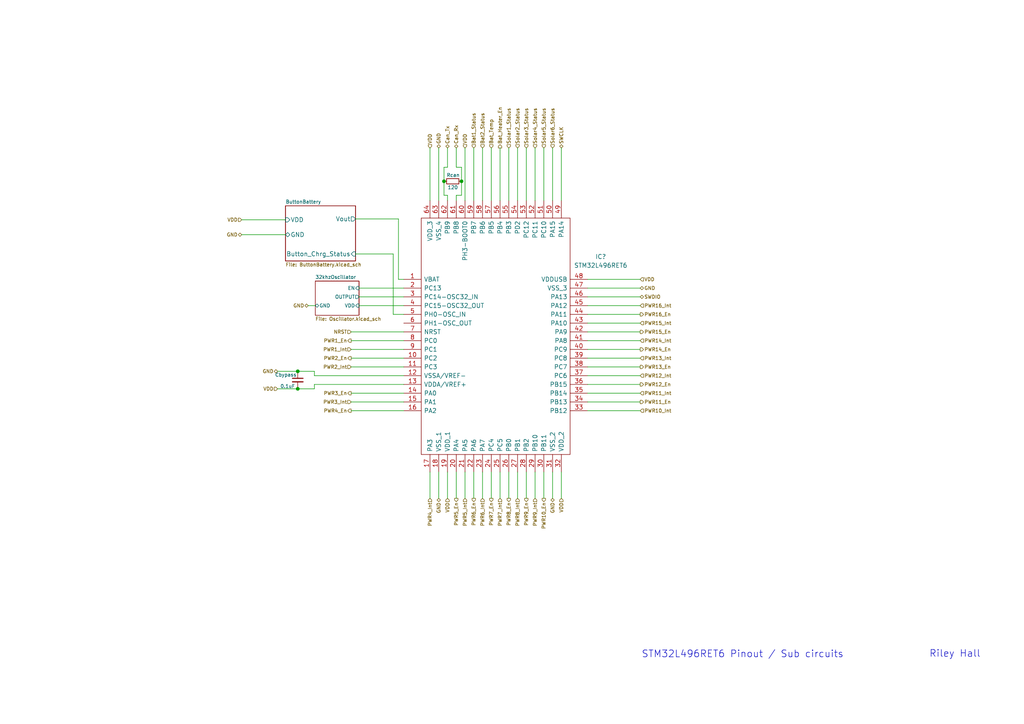
<source format=kicad_sch>
(kicad_sch (version 20211123) (generator eeschema)

  (uuid c7cf2d23-105c-4aa7-a893-c3061f5c2524)

  (paper "A4")

  (lib_symbols
    (symbol "Device:C_Small" (pin_numbers hide) (pin_names (offset 0.254) hide) (in_bom yes) (on_board yes)
      (property "Reference" "C" (id 0) (at 0.254 1.778 0)
        (effects (font (size 1.27 1.27)) (justify left))
      )
      (property "Value" "C_Small" (id 1) (at 0.254 -2.032 0)
        (effects (font (size 1.27 1.27)) (justify left))
      )
      (property "Footprint" "" (id 2) (at 0 0 0)
        (effects (font (size 1.27 1.27)) hide)
      )
      (property "Datasheet" "~" (id 3) (at 0 0 0)
        (effects (font (size 1.27 1.27)) hide)
      )
      (property "ki_keywords" "capacitor cap" (id 4) (at 0 0 0)
        (effects (font (size 1.27 1.27)) hide)
      )
      (property "ki_description" "Unpolarized capacitor, small symbol" (id 5) (at 0 0 0)
        (effects (font (size 1.27 1.27)) hide)
      )
      (property "ki_fp_filters" "C_*" (id 6) (at 0 0 0)
        (effects (font (size 1.27 1.27)) hide)
      )
      (symbol "C_Small_0_1"
        (polyline
          (pts
            (xy -1.524 -0.508)
            (xy 1.524 -0.508)
          )
          (stroke (width 0.3302) (type default) (color 0 0 0 0))
          (fill (type none))
        )
        (polyline
          (pts
            (xy -1.524 0.508)
            (xy 1.524 0.508)
          )
          (stroke (width 0.3048) (type default) (color 0 0 0 0))
          (fill (type none))
        )
      )
      (symbol "C_Small_1_1"
        (pin passive line (at 0 2.54 270) (length 2.032)
          (name "~" (effects (font (size 1.27 1.27))))
          (number "1" (effects (font (size 1.27 1.27))))
        )
        (pin passive line (at 0 -2.54 90) (length 2.032)
          (name "~" (effects (font (size 1.27 1.27))))
          (number "2" (effects (font (size 1.27 1.27))))
        )
      )
    )
    (symbol "Device:R_Small" (pin_numbers hide) (pin_names (offset 0.254) hide) (in_bom yes) (on_board yes)
      (property "Reference" "R" (id 0) (at 0.762 0.508 0)
        (effects (font (size 1.27 1.27)) (justify left))
      )
      (property "Value" "R_Small" (id 1) (at 0.762 -1.016 0)
        (effects (font (size 1.27 1.27)) (justify left))
      )
      (property "Footprint" "" (id 2) (at 0 0 0)
        (effects (font (size 1.27 1.27)) hide)
      )
      (property "Datasheet" "~" (id 3) (at 0 0 0)
        (effects (font (size 1.27 1.27)) hide)
      )
      (property "ki_keywords" "R resistor" (id 4) (at 0 0 0)
        (effects (font (size 1.27 1.27)) hide)
      )
      (property "ki_description" "Resistor, small symbol" (id 5) (at 0 0 0)
        (effects (font (size 1.27 1.27)) hide)
      )
      (property "ki_fp_filters" "R_*" (id 6) (at 0 0 0)
        (effects (font (size 1.27 1.27)) hide)
      )
      (symbol "R_Small_0_1"
        (rectangle (start -0.762 1.778) (end 0.762 -1.778)
          (stroke (width 0.2032) (type default) (color 0 0 0 0))
          (fill (type none))
        )
      )
      (symbol "R_Small_1_1"
        (pin passive line (at 0 2.54 270) (length 0.762)
          (name "~" (effects (font (size 1.27 1.27))))
          (number "1" (effects (font (size 1.27 1.27))))
        )
        (pin passive line (at 0 -2.54 90) (length 0.762)
          (name "~" (effects (font (size 1.27 1.27))))
          (number "2" (effects (font (size 1.27 1.27))))
        )
      )
    )
    (symbol "STM32L496RET6:STM32L496RET6" (pin_names (offset 0.762)) (in_bom yes) (on_board yes)
      (property "Reference" "IC" (id 0) (at 49.53 22.86 0)
        (effects (font (size 1.27 1.27)) (justify left))
      )
      (property "Value" "STM32L496RET6" (id 1) (at 49.53 20.32 0)
        (effects (font (size 1.27 1.27)) (justify left))
      )
      (property "Footprint" "QFP50P1200X1200X160-64N" (id 2) (at 49.53 17.78 0)
        (effects (font (size 1.27 1.27)) (justify left) hide)
      )
      (property "Datasheet" "https://rs.componentsearchengine.com/Datasheets/1/STM32L496RET6.pdf" (id 3) (at 49.53 15.24 0)
        (effects (font (size 1.27 1.27)) (justify left) hide)
      )
      (property "Description" "ARM Microcontrollers - MCU Ultra-low-power with FPU ARM Cortex-M4 MCU 80 MHz with 512 Kbytes Flash, USB OTG, LCD, DFSDM" (id 4) (at 49.53 12.7 0)
        (effects (font (size 1.27 1.27)) (justify left) hide)
      )
      (property "Height" "1.6" (id 5) (at 49.53 10.16 0)
        (effects (font (size 1.27 1.27)) (justify left) hide)
      )
      (property "Manufacturer_Name" "STMicroelectronics" (id 6) (at 49.53 7.62 0)
        (effects (font (size 1.27 1.27)) (justify left) hide)
      )
      (property "Manufacturer_Part_Number" "STM32L496RET6" (id 7) (at 49.53 5.08 0)
        (effects (font (size 1.27 1.27)) (justify left) hide)
      )
      (property "Mouser Part Number" "511-STM32L496RET6" (id 8) (at 49.53 2.54 0)
        (effects (font (size 1.27 1.27)) (justify left) hide)
      )
      (property "Mouser Price/Stock" "https://www.mouser.co.uk/ProductDetail/STMicroelectronics/STM32L496RET6?qs=Mv7BduZupUin97tyZxJgig%3D%3D" (id 9) (at 49.53 0 0)
        (effects (font (size 1.27 1.27)) (justify left) hide)
      )
      (property "Arrow Part Number" "STM32L496RET6" (id 10) (at 49.53 -2.54 0)
        (effects (font (size 1.27 1.27)) (justify left) hide)
      )
      (property "Arrow Price/Stock" "https://www.arrow.com/en/products/stm32l496ret6/stmicroelectronics?region=nac" (id 11) (at 49.53 -5.08 0)
        (effects (font (size 1.27 1.27)) (justify left) hide)
      )
      (property "ki_description" "ARM Microcontrollers - MCU Ultra-low-power with FPU ARM Cortex-M4 MCU 80 MHz with 512 Kbytes Flash, USB OTG, LCD, DFSDM" (id 12) (at 0 0 0)
        (effects (font (size 1.27 1.27)) hide)
      )
      (symbol "STM32L496RET6_0_0"
        (pin power_in line (at 0 0 0) (length 5.08)
          (name "VBAT" (effects (font (size 1.27 1.27))))
          (number "1" (effects (font (size 1.27 1.27))))
        )
        (pin bidirectional line (at 0 -22.86 0) (length 5.08)
          (name "PC2" (effects (font (size 1.27 1.27))))
          (number "10" (effects (font (size 1.27 1.27))))
        )
        (pin bidirectional line (at 0 -25.4 0) (length 5.08)
          (name "PC3" (effects (font (size 1.27 1.27))))
          (number "11" (effects (font (size 1.27 1.27))))
        )
        (pin power_in line (at 0 -27.94 0) (length 5.08)
          (name "VSSA/VREF-" (effects (font (size 1.27 1.27))))
          (number "12" (effects (font (size 1.27 1.27))))
        )
        (pin power_in line (at 0 -30.48 0) (length 5.08)
          (name "VDDA/VREF+" (effects (font (size 1.27 1.27))))
          (number "13" (effects (font (size 1.27 1.27))))
        )
        (pin bidirectional line (at 0 -33.02 0) (length 5.08)
          (name "PA0" (effects (font (size 1.27 1.27))))
          (number "14" (effects (font (size 1.27 1.27))))
        )
        (pin bidirectional line (at 0 -35.56 0) (length 5.08)
          (name "PA1" (effects (font (size 1.27 1.27))))
          (number "15" (effects (font (size 1.27 1.27))))
        )
        (pin bidirectional line (at 0 -38.1 0) (length 5.08)
          (name "PA2" (effects (font (size 1.27 1.27))))
          (number "16" (effects (font (size 1.27 1.27))))
        )
        (pin bidirectional line (at 7.62 -55.88 90) (length 5.08)
          (name "PA3" (effects (font (size 1.27 1.27))))
          (number "17" (effects (font (size 1.27 1.27))))
        )
        (pin power_in line (at 10.16 -55.88 90) (length 5.08)
          (name "VSS_1" (effects (font (size 1.27 1.27))))
          (number "18" (effects (font (size 1.27 1.27))))
        )
        (pin power_in line (at 12.7 -55.88 90) (length 5.08)
          (name "VDD_1" (effects (font (size 1.27 1.27))))
          (number "19" (effects (font (size 1.27 1.27))))
        )
        (pin bidirectional line (at 0 -2.54 0) (length 5.08)
          (name "PC13" (effects (font (size 1.27 1.27))))
          (number "2" (effects (font (size 1.27 1.27))))
        )
        (pin bidirectional line (at 15.24 -55.88 90) (length 5.08)
          (name "PA4" (effects (font (size 1.27 1.27))))
          (number "20" (effects (font (size 1.27 1.27))))
        )
        (pin bidirectional line (at 17.78 -55.88 90) (length 5.08)
          (name "PA5" (effects (font (size 1.27 1.27))))
          (number "21" (effects (font (size 1.27 1.27))))
        )
        (pin bidirectional line (at 20.32 -55.88 90) (length 5.08)
          (name "PA6" (effects (font (size 1.27 1.27))))
          (number "22" (effects (font (size 1.27 1.27))))
        )
        (pin bidirectional line (at 22.86 -55.88 90) (length 5.08)
          (name "PA7" (effects (font (size 1.27 1.27))))
          (number "23" (effects (font (size 1.27 1.27))))
        )
        (pin bidirectional line (at 25.4 -55.88 90) (length 5.08)
          (name "PC4" (effects (font (size 1.27 1.27))))
          (number "24" (effects (font (size 1.27 1.27))))
        )
        (pin bidirectional line (at 27.94 -55.88 90) (length 5.08)
          (name "PC5" (effects (font (size 1.27 1.27))))
          (number "25" (effects (font (size 1.27 1.27))))
        )
        (pin bidirectional line (at 30.48 -55.88 90) (length 5.08)
          (name "PB0" (effects (font (size 1.27 1.27))))
          (number "26" (effects (font (size 1.27 1.27))))
        )
        (pin bidirectional line (at 33.02 -55.88 90) (length 5.08)
          (name "PB1" (effects (font (size 1.27 1.27))))
          (number "27" (effects (font (size 1.27 1.27))))
        )
        (pin bidirectional line (at 35.56 -55.88 90) (length 5.08)
          (name "PB2" (effects (font (size 1.27 1.27))))
          (number "28" (effects (font (size 1.27 1.27))))
        )
        (pin bidirectional line (at 38.1 -55.88 90) (length 5.08)
          (name "PB10" (effects (font (size 1.27 1.27))))
          (number "29" (effects (font (size 1.27 1.27))))
        )
        (pin bidirectional line (at 0 -5.08 0) (length 5.08)
          (name "PC14-OSC32_IN" (effects (font (size 1.27 1.27))))
          (number "3" (effects (font (size 1.27 1.27))))
        )
        (pin bidirectional line (at 40.64 -55.88 90) (length 5.08)
          (name "PB11" (effects (font (size 1.27 1.27))))
          (number "30" (effects (font (size 1.27 1.27))))
        )
        (pin power_in line (at 43.18 -55.88 90) (length 5.08)
          (name "VSS_2" (effects (font (size 1.27 1.27))))
          (number "31" (effects (font (size 1.27 1.27))))
        )
        (pin power_in line (at 45.72 -55.88 90) (length 5.08)
          (name "VDD_2" (effects (font (size 1.27 1.27))))
          (number "32" (effects (font (size 1.27 1.27))))
        )
        (pin bidirectional line (at 53.34 -38.1 180) (length 5.08)
          (name "PB12" (effects (font (size 1.27 1.27))))
          (number "33" (effects (font (size 1.27 1.27))))
        )
        (pin bidirectional line (at 53.34 -35.56 180) (length 5.08)
          (name "PB13" (effects (font (size 1.27 1.27))))
          (number "34" (effects (font (size 1.27 1.27))))
        )
        (pin bidirectional line (at 53.34 -33.02 180) (length 5.08)
          (name "PB14" (effects (font (size 1.27 1.27))))
          (number "35" (effects (font (size 1.27 1.27))))
        )
        (pin bidirectional line (at 53.34 -30.48 180) (length 5.08)
          (name "PB15" (effects (font (size 1.27 1.27))))
          (number "36" (effects (font (size 1.27 1.27))))
        )
        (pin bidirectional line (at 53.34 -27.94 180) (length 5.08)
          (name "PC6" (effects (font (size 1.27 1.27))))
          (number "37" (effects (font (size 1.27 1.27))))
        )
        (pin bidirectional line (at 53.34 -25.4 180) (length 5.08)
          (name "PC7" (effects (font (size 1.27 1.27))))
          (number "38" (effects (font (size 1.27 1.27))))
        )
        (pin bidirectional line (at 53.34 -22.86 180) (length 5.08)
          (name "PC8" (effects (font (size 1.27 1.27))))
          (number "39" (effects (font (size 1.27 1.27))))
        )
        (pin bidirectional line (at 0 -7.62 0) (length 5.08)
          (name "PC15-OSC32_OUT" (effects (font (size 1.27 1.27))))
          (number "4" (effects (font (size 1.27 1.27))))
        )
        (pin bidirectional line (at 53.34 -20.32 180) (length 5.08)
          (name "PC9" (effects (font (size 1.27 1.27))))
          (number "40" (effects (font (size 1.27 1.27))))
        )
        (pin bidirectional line (at 53.34 -17.78 180) (length 5.08)
          (name "PA8" (effects (font (size 1.27 1.27))))
          (number "41" (effects (font (size 1.27 1.27))))
        )
        (pin bidirectional line (at 53.34 -15.24 180) (length 5.08)
          (name "PA9" (effects (font (size 1.27 1.27))))
          (number "42" (effects (font (size 1.27 1.27))))
        )
        (pin bidirectional line (at 53.34 -12.7 180) (length 5.08)
          (name "PA10" (effects (font (size 1.27 1.27))))
          (number "43" (effects (font (size 1.27 1.27))))
        )
        (pin bidirectional line (at 53.34 -10.16 180) (length 5.08)
          (name "PA11" (effects (font (size 1.27 1.27))))
          (number "44" (effects (font (size 1.27 1.27))))
        )
        (pin bidirectional line (at 53.34 -7.62 180) (length 5.08)
          (name "PA12" (effects (font (size 1.27 1.27))))
          (number "45" (effects (font (size 1.27 1.27))))
        )
        (pin bidirectional line (at 53.34 -5.08 180) (length 5.08)
          (name "PA13" (effects (font (size 1.27 1.27))))
          (number "46" (effects (font (size 1.27 1.27))))
        )
        (pin power_in line (at 53.34 -2.54 180) (length 5.08)
          (name "VSS_3" (effects (font (size 1.27 1.27))))
          (number "47" (effects (font (size 1.27 1.27))))
        )
        (pin power_in line (at 53.34 0 180) (length 5.08)
          (name "VDDUSB" (effects (font (size 1.27 1.27))))
          (number "48" (effects (font (size 1.27 1.27))))
        )
        (pin bidirectional line (at 45.72 22.86 270) (length 5.08)
          (name "PA14" (effects (font (size 1.27 1.27))))
          (number "49" (effects (font (size 1.27 1.27))))
        )
        (pin bidirectional line (at 0 -10.16 0) (length 5.08)
          (name "PH0-OSC_IN" (effects (font (size 1.27 1.27))))
          (number "5" (effects (font (size 1.27 1.27))))
        )
        (pin bidirectional line (at 43.18 22.86 270) (length 5.08)
          (name "PA15" (effects (font (size 1.27 1.27))))
          (number "50" (effects (font (size 1.27 1.27))))
        )
        (pin bidirectional line (at 40.64 22.86 270) (length 5.08)
          (name "PC10" (effects (font (size 1.27 1.27))))
          (number "51" (effects (font (size 1.27 1.27))))
        )
        (pin bidirectional line (at 38.1 22.86 270) (length 5.08)
          (name "PC11" (effects (font (size 1.27 1.27))))
          (number "52" (effects (font (size 1.27 1.27))))
        )
        (pin bidirectional line (at 35.56 22.86 270) (length 5.08)
          (name "PC12" (effects (font (size 1.27 1.27))))
          (number "53" (effects (font (size 1.27 1.27))))
        )
        (pin bidirectional line (at 33.02 22.86 270) (length 5.08)
          (name "PD2" (effects (font (size 1.27 1.27))))
          (number "54" (effects (font (size 1.27 1.27))))
        )
        (pin bidirectional line (at 30.48 22.86 270) (length 5.08)
          (name "PB3" (effects (font (size 1.27 1.27))))
          (number "55" (effects (font (size 1.27 1.27))))
        )
        (pin bidirectional line (at 27.94 22.86 270) (length 5.08)
          (name "PB4" (effects (font (size 1.27 1.27))))
          (number "56" (effects (font (size 1.27 1.27))))
        )
        (pin bidirectional line (at 25.4 22.86 270) (length 5.08)
          (name "PB5" (effects (font (size 1.27 1.27))))
          (number "57" (effects (font (size 1.27 1.27))))
        )
        (pin bidirectional line (at 22.86 22.86 270) (length 5.08)
          (name "PB6" (effects (font (size 1.27 1.27))))
          (number "58" (effects (font (size 1.27 1.27))))
        )
        (pin bidirectional line (at 20.32 22.86 270) (length 5.08)
          (name "PB7" (effects (font (size 1.27 1.27))))
          (number "59" (effects (font (size 1.27 1.27))))
        )
        (pin bidirectional line (at 0 -12.7 0) (length 5.08)
          (name "PH1-OSC_OUT" (effects (font (size 1.27 1.27))))
          (number "6" (effects (font (size 1.27 1.27))))
        )
        (pin bidirectional line (at 17.78 22.86 270) (length 5.08)
          (name "PH3-BOOT0" (effects (font (size 1.27 1.27))))
          (number "60" (effects (font (size 1.27 1.27))))
        )
        (pin bidirectional line (at 15.24 22.86 270) (length 5.08)
          (name "PB8" (effects (font (size 1.27 1.27))))
          (number "61" (effects (font (size 1.27 1.27))))
        )
        (pin bidirectional line (at 12.7 22.86 270) (length 5.08)
          (name "PB9" (effects (font (size 1.27 1.27))))
          (number "62" (effects (font (size 1.27 1.27))))
        )
        (pin power_in line (at 10.16 22.86 270) (length 5.08)
          (name "VSS_4" (effects (font (size 1.27 1.27))))
          (number "63" (effects (font (size 1.27 1.27))))
        )
        (pin power_in line (at 7.62 22.86 270) (length 5.08)
          (name "VDD_3" (effects (font (size 1.27 1.27))))
          (number "64" (effects (font (size 1.27 1.27))))
        )
        (pin bidirectional line (at 0 -15.24 0) (length 5.08)
          (name "NRST" (effects (font (size 1.27 1.27))))
          (number "7" (effects (font (size 1.27 1.27))))
        )
        (pin bidirectional line (at 0 -17.78 0) (length 5.08)
          (name "PC0" (effects (font (size 1.27 1.27))))
          (number "8" (effects (font (size 1.27 1.27))))
        )
        (pin bidirectional line (at 0 -20.32 0) (length 5.08)
          (name "PC1" (effects (font (size 1.27 1.27))))
          (number "9" (effects (font (size 1.27 1.27))))
        )
      )
      (symbol "STM32L496RET6_0_1"
        (polyline
          (pts
            (xy 5.08 17.78)
            (xy 48.26 17.78)
            (xy 48.26 -50.8)
            (xy 5.08 -50.8)
            (xy 5.08 17.78)
          )
          (stroke (width 0.1524) (type default) (color 0 0 0 0))
          (fill (type none))
        )
      )
    )
  )

  (junction (at 133.858 52.578) (diameter 0) (color 0 0 0 0)
    (uuid 47ba0ded-43f2-4b8b-81d5-a0bc1200d0e2)
  )
  (junction (at 128.778 52.578) (diameter 0) (color 0 0 0 0)
    (uuid 992f1ad5-9a38-4a00-9a07-b81cebad2565)
  )
  (junction (at 86.36 107.696) (diameter 0) (color 0 0 0 0)
    (uuid fa656274-63ac-4c6f-9d5e-8ddf30114d36)
  )
  (junction (at 86.36 112.776) (diameter 0) (color 0 0 0 0)
    (uuid fe68ce44-a557-465e-9b49-9bee39c8e3fb)
  )

  (wire (pts (xy 147.574 136.906) (xy 147.574 144.526))
    (stroke (width 0) (type default) (color 0 0 0 0))
    (uuid 05a2733c-70a3-42d4-b486-677757ddefa3)
  )
  (wire (pts (xy 91.186 111.506) (xy 91.186 112.776))
    (stroke (width 0) (type default) (color 0 0 0 0))
    (uuid 0991e52e-a990-4948-9f3a-2bd2e3e5c273)
  )
  (wire (pts (xy 115.57 81.026) (xy 117.094 81.026))
    (stroke (width 0) (type default) (color 0 0 0 0))
    (uuid 0d21f889-d2c5-4c48-ab58-31456e88ce04)
  )
  (wire (pts (xy 91.186 108.966) (xy 91.186 107.696))
    (stroke (width 0) (type default) (color 0 0 0 0))
    (uuid 1796f20f-277f-4adc-8ac2-0d569972c0f2)
  )
  (wire (pts (xy 104.14 86.106) (xy 117.094 86.106))
    (stroke (width 0) (type default) (color 0 0 0 0))
    (uuid 196be593-7cbb-4c26-a7d4-4d95036ea7f1)
  )
  (wire (pts (xy 185.674 96.266) (xy 170.434 96.266))
    (stroke (width 0) (type default) (color 0 0 0 0))
    (uuid 215d9b3e-ad54-468c-a2ae-9c48a6abf2a9)
  )
  (wire (pts (xy 133.858 48.514) (xy 133.858 52.578))
    (stroke (width 0) (type default) (color 0 0 0 0))
    (uuid 2607e519-53cc-48b8-896f-7b5c47b4fe9b)
  )
  (wire (pts (xy 129.794 42.926) (xy 129.794 48.514))
    (stroke (width 0) (type default) (color 0 0 0 0))
    (uuid 2fee8216-6b3f-4bbf-94b2-2035b154337e)
  )
  (wire (pts (xy 185.674 106.426) (xy 170.434 106.426))
    (stroke (width 0) (type default) (color 0 0 0 0))
    (uuid 356fd5d8-0236-40dc-b5e4-825a697f40d3)
  )
  (wire (pts (xy 114.046 73.66) (xy 114.046 91.186))
    (stroke (width 0) (type default) (color 0 0 0 0))
    (uuid 3590fb1b-17c7-4415-bec6-c1807af34952)
  )
  (wire (pts (xy 80.518 107.696) (xy 86.36 107.696))
    (stroke (width 0) (type default) (color 0 0 0 0))
    (uuid 35a628e3-7427-456f-b6bb-26ca7da55763)
  )
  (wire (pts (xy 145.034 136.906) (xy 145.034 144.526))
    (stroke (width 0) (type default) (color 0 0 0 0))
    (uuid 394ab24a-528c-4ea2-ab62-834e3020a403)
  )
  (wire (pts (xy 170.434 88.646) (xy 185.674 88.646))
    (stroke (width 0) (type default) (color 0 0 0 0))
    (uuid 3b01e74f-4786-4085-a81c-f005ef68ad3b)
  )
  (wire (pts (xy 147.574 58.166) (xy 147.574 42.926))
    (stroke (width 0) (type default) (color 0 0 0 0))
    (uuid 43b8be0f-3847-4023-af9f-a3cc17bc8e85)
  )
  (wire (pts (xy 101.854 98.806) (xy 117.094 98.806))
    (stroke (width 0) (type default) (color 0 0 0 0))
    (uuid 4afcffc4-f36d-4c11-a273-a8dfeca2bf30)
  )
  (wire (pts (xy 115.57 63.5) (xy 115.57 81.026))
    (stroke (width 0) (type default) (color 0 0 0 0))
    (uuid 4e24fbb2-46c5-4e97-a13e-3f77d3fa087b)
  )
  (wire (pts (xy 152.654 136.906) (xy 152.654 144.526))
    (stroke (width 0) (type default) (color 0 0 0 0))
    (uuid 510a1af3-2ebe-4654-aa68-2a2476931cf1)
  )
  (wire (pts (xy 185.674 114.046) (xy 170.434 114.046))
    (stroke (width 0) (type default) (color 0 0 0 0))
    (uuid 51565c2a-8b40-434b-a3f5-83813c2cfdb0)
  )
  (wire (pts (xy 101.854 96.266) (xy 117.094 96.266))
    (stroke (width 0) (type default) (color 0 0 0 0))
    (uuid 58288885-c07f-463b-b865-ab06fc2f9217)
  )
  (wire (pts (xy 185.674 116.586) (xy 170.434 116.586))
    (stroke (width 0) (type default) (color 0 0 0 0))
    (uuid 5c7b7457-2362-4d39-9b08-119f7428e7ce)
  )
  (wire (pts (xy 91.186 108.966) (xy 117.094 108.966))
    (stroke (width 0) (type default) (color 0 0 0 0))
    (uuid 60a1e732-9cf9-41df-8394-e21ad04da918)
  )
  (wire (pts (xy 104.14 83.566) (xy 117.094 83.566))
    (stroke (width 0) (type default) (color 0 0 0 0))
    (uuid 625e6b81-b9fc-46cb-be01-3a0c51ffdbb4)
  )
  (wire (pts (xy 124.714 136.906) (xy 124.714 144.526))
    (stroke (width 0) (type default) (color 0 0 0 0))
    (uuid 641f181b-76bc-40c8-98b9-503a1672ee65)
  )
  (wire (pts (xy 185.674 83.566) (xy 170.434 83.566))
    (stroke (width 0) (type default) (color 0 0 0 0))
    (uuid 65919492-d603-4718-a102-0f311017c417)
  )
  (wire (pts (xy 128.778 48.514) (xy 128.778 52.578))
    (stroke (width 0) (type default) (color 0 0 0 0))
    (uuid 65f9ba5e-9b60-4302-956b-7e59c75123e7)
  )
  (wire (pts (xy 185.674 101.346) (xy 170.434 101.346))
    (stroke (width 0) (type default) (color 0 0 0 0))
    (uuid 68eab3df-1052-4724-bf31-9fb0034d4045)
  )
  (wire (pts (xy 91.186 107.696) (xy 86.36 107.696))
    (stroke (width 0) (type default) (color 0 0 0 0))
    (uuid 69d36de5-4922-4287-bfd8-63d3d3ee3a55)
  )
  (wire (pts (xy 152.654 58.166) (xy 152.654 42.926))
    (stroke (width 0) (type default) (color 0 0 0 0))
    (uuid 6a9efa91-5098-4ed3-9e62-490a0d6212d2)
  )
  (wire (pts (xy 185.674 108.966) (xy 170.434 108.966))
    (stroke (width 0) (type default) (color 0 0 0 0))
    (uuid 6b7f24b4-a4b2-452c-8779-0458ad1a7df2)
  )
  (wire (pts (xy 129.794 136.906) (xy 129.794 144.526))
    (stroke (width 0) (type default) (color 0 0 0 0))
    (uuid 6fe13832-85a3-42a4-8f7e-3714b3bcccc0)
  )
  (wire (pts (xy 157.734 136.906) (xy 157.734 144.526))
    (stroke (width 0) (type default) (color 0 0 0 0))
    (uuid 70155095-64f2-4a76-8658-3dad96a7ea91)
  )
  (wire (pts (xy 101.854 103.886) (xy 117.094 103.886))
    (stroke (width 0) (type default) (color 0 0 0 0))
    (uuid 70318085-d616-48ad-ac19-750861eac45b)
  )
  (wire (pts (xy 139.954 42.926) (xy 139.954 58.166))
    (stroke (width 0) (type default) (color 0 0 0 0))
    (uuid 7075925a-0632-43a6-8dae-817455d99c56)
  )
  (wire (pts (xy 157.734 58.166) (xy 157.734 42.926))
    (stroke (width 0) (type default) (color 0 0 0 0))
    (uuid 79459352-8cd6-40c6-bb85-13d7e958a50b)
  )
  (wire (pts (xy 137.414 42.926) (xy 137.414 58.166))
    (stroke (width 0) (type default) (color 0 0 0 0))
    (uuid 7b280f0d-a4c0-4d66-b66d-0748b9b7a864)
  )
  (wire (pts (xy 155.194 58.166) (xy 155.194 42.926))
    (stroke (width 0) (type default) (color 0 0 0 0))
    (uuid 7cdb6588-77bb-44eb-90ea-a3036f8c2e1f)
  )
  (wire (pts (xy 185.674 103.886) (xy 170.434 103.886))
    (stroke (width 0) (type default) (color 0 0 0 0))
    (uuid 7cf60ce8-ee6a-45b8-8643-e4a053750b04)
  )
  (wire (pts (xy 70.104 68.072) (xy 82.804 68.072))
    (stroke (width 0) (type default) (color 0 0 0 0))
    (uuid 7e3efe24-45fa-43bb-835c-3e51ca4c9d88)
  )
  (wire (pts (xy 127.254 136.906) (xy 127.254 144.526))
    (stroke (width 0) (type default) (color 0 0 0 0))
    (uuid 7e79cb5b-cd9a-4387-9159-9e680fca93bd)
  )
  (wire (pts (xy 104.14 88.646) (xy 117.094 88.646))
    (stroke (width 0) (type default) (color 0 0 0 0))
    (uuid 7eb4cec5-372a-4bad-8fd1-196c1b4b8c9e)
  )
  (wire (pts (xy 101.854 116.586) (xy 117.094 116.586))
    (stroke (width 0) (type default) (color 0 0 0 0))
    (uuid 80ab649f-64c2-40e5-bf6a-93e9ec945856)
  )
  (wire (pts (xy 129.794 58.166) (xy 129.794 56.642))
    (stroke (width 0) (type default) (color 0 0 0 0))
    (uuid 81008649-e8a6-42f4-99e3-630a1795a52b)
  )
  (wire (pts (xy 185.674 111.506) (xy 170.434 111.506))
    (stroke (width 0) (type default) (color 0 0 0 0))
    (uuid 814f6dae-6270-478a-9dce-43c796e84eab)
  )
  (wire (pts (xy 150.114 136.906) (xy 150.114 144.526))
    (stroke (width 0) (type default) (color 0 0 0 0))
    (uuid 843abfe6-6039-43c2-9794-a3e1c0fb82c8)
  )
  (wire (pts (xy 124.714 42.926) (xy 124.714 58.166))
    (stroke (width 0) (type default) (color 0 0 0 0))
    (uuid 85f32082-2cbd-418b-bf98-0d68a0509ed5)
  )
  (wire (pts (xy 101.854 119.126) (xy 117.094 119.126))
    (stroke (width 0) (type default) (color 0 0 0 0))
    (uuid 89223c0a-5979-4049-9856-ddd1a72f4f59)
  )
  (wire (pts (xy 134.874 42.926) (xy 134.874 58.166))
    (stroke (width 0) (type default) (color 0 0 0 0))
    (uuid 8d43f3bb-6529-4200-9407-32701d7eead1)
  )
  (wire (pts (xy 101.854 101.346) (xy 117.094 101.346))
    (stroke (width 0) (type default) (color 0 0 0 0))
    (uuid 8e49a02d-eb0b-488b-8269-d5a7d4ab09f5)
  )
  (wire (pts (xy 185.674 81.026) (xy 170.434 81.026))
    (stroke (width 0) (type default) (color 0 0 0 0))
    (uuid 8e681189-966b-4d28-9ee1-d25e5fae0572)
  )
  (wire (pts (xy 137.414 136.906) (xy 137.414 144.526))
    (stroke (width 0) (type default) (color 0 0 0 0))
    (uuid 9237076b-155e-4115-aeb7-a05b032d0464)
  )
  (wire (pts (xy 114.046 91.186) (xy 117.094 91.186))
    (stroke (width 0) (type default) (color 0 0 0 0))
    (uuid 95630154-55aa-430b-b124-62a95b6ca258)
  )
  (wire (pts (xy 160.274 136.906) (xy 160.274 144.526))
    (stroke (width 0) (type default) (color 0 0 0 0))
    (uuid 99185983-0d01-425a-9b87-dc98cfecf6a8)
  )
  (wire (pts (xy 155.194 136.906) (xy 155.194 144.526))
    (stroke (width 0) (type default) (color 0 0 0 0))
    (uuid 99ad621b-d623-4158-9c8d-f157d5c02b6d)
  )
  (wire (pts (xy 128.778 56.642) (xy 128.778 52.578))
    (stroke (width 0) (type default) (color 0 0 0 0))
    (uuid a575c200-751d-4228-9a75-3c0d484f2844)
  )
  (wire (pts (xy 129.794 48.514) (xy 128.778 48.514))
    (stroke (width 0) (type default) (color 0 0 0 0))
    (uuid ad1708d4-6100-4f24-8f99-0e332a1d9bcb)
  )
  (wire (pts (xy 132.334 42.926) (xy 132.334 48.514))
    (stroke (width 0) (type default) (color 0 0 0 0))
    (uuid ad736589-089f-40a2-8c05-25db32493eab)
  )
  (wire (pts (xy 162.814 42.926) (xy 162.814 58.166))
    (stroke (width 0) (type default) (color 0 0 0 0))
    (uuid b18010f1-4587-46a8-8039-b7b68111fc89)
  )
  (wire (pts (xy 80.518 112.776) (xy 86.36 112.776))
    (stroke (width 0) (type default) (color 0 0 0 0))
    (uuid b3a344cd-fa77-4d57-b5b7-5a921d6db106)
  )
  (wire (pts (xy 142.494 136.906) (xy 142.494 144.526))
    (stroke (width 0) (type default) (color 0 0 0 0))
    (uuid b58a1f4b-475b-431e-87f5-6eb89badf77e)
  )
  (wire (pts (xy 162.814 136.906) (xy 162.814 144.526))
    (stroke (width 0) (type default) (color 0 0 0 0))
    (uuid b6311fa4-a532-436f-b022-5e1b54092275)
  )
  (wire (pts (xy 145.034 42.926) (xy 145.034 58.166))
    (stroke (width 0) (type default) (color 0 0 0 0))
    (uuid b65b8893-a06b-4d0b-b770-f8a145006326)
  )
  (wire (pts (xy 132.334 58.166) (xy 132.334 56.642))
    (stroke (width 0) (type default) (color 0 0 0 0))
    (uuid c0876ccc-ebe8-42f8-9c0f-af716d761248)
  )
  (wire (pts (xy 185.674 93.726) (xy 170.434 93.726))
    (stroke (width 0) (type default) (color 0 0 0 0))
    (uuid c364777c-23a3-4c13-b064-62f651202adc)
  )
  (wire (pts (xy 150.114 58.166) (xy 150.114 42.926))
    (stroke (width 0) (type default) (color 0 0 0 0))
    (uuid c65da4e8-ee15-4965-a515-d822fecd6fa0)
  )
  (wire (pts (xy 101.854 106.426) (xy 117.094 106.426))
    (stroke (width 0) (type default) (color 0 0 0 0))
    (uuid c8908800-7031-4b5b-9a01-afc5189234c9)
  )
  (wire (pts (xy 70.104 63.754) (xy 82.804 63.754))
    (stroke (width 0) (type default) (color 0 0 0 0))
    (uuid caf65a42-8611-4198-874b-880852eccc7c)
  )
  (wire (pts (xy 128.778 56.642) (xy 129.794 56.642))
    (stroke (width 0) (type default) (color 0 0 0 0))
    (uuid cfc27345-931c-49a2-a769-42f759eba6e1)
  )
  (wire (pts (xy 91.186 112.776) (xy 86.36 112.776))
    (stroke (width 0) (type default) (color 0 0 0 0))
    (uuid cfe925c8-8cc4-4295-9211-ba41a0a31b07)
  )
  (wire (pts (xy 132.334 48.514) (xy 133.858 48.514))
    (stroke (width 0) (type default) (color 0 0 0 0))
    (uuid d0fa370d-e5e7-463b-9791-360dfa48abc0)
  )
  (wire (pts (xy 103.124 73.66) (xy 114.046 73.66))
    (stroke (width 0) (type default) (color 0 0 0 0))
    (uuid d2e65a56-de80-453e-ab84-4f9c4549e116)
  )
  (wire (pts (xy 139.954 136.906) (xy 139.954 144.526))
    (stroke (width 0) (type default) (color 0 0 0 0))
    (uuid d303debf-ae26-4fed-be0a-68bc083295b9)
  )
  (wire (pts (xy 133.858 56.642) (xy 133.858 52.578))
    (stroke (width 0) (type default) (color 0 0 0 0))
    (uuid d3d8c856-9907-4442-92aa-e073ce79fa7c)
  )
  (wire (pts (xy 170.434 91.186) (xy 185.674 91.186))
    (stroke (width 0) (type default) (color 0 0 0 0))
    (uuid d98c49c3-3455-4e51-82aa-f73ef49ca27a)
  )
  (wire (pts (xy 185.674 86.106) (xy 170.434 86.106))
    (stroke (width 0) (type default) (color 0 0 0 0))
    (uuid de9943f4-c3c4-4c01-a618-c01b53b111b6)
  )
  (wire (pts (xy 132.334 56.642) (xy 133.858 56.642))
    (stroke (width 0) (type default) (color 0 0 0 0))
    (uuid e01141f7-3112-4bb3-8405-91d70e4957a7)
  )
  (wire (pts (xy 103.124 63.5) (xy 115.57 63.5))
    (stroke (width 0) (type default) (color 0 0 0 0))
    (uuid e1a7df7a-5e3b-4e59-9b54-c0eeaad26e23)
  )
  (wire (pts (xy 101.854 114.046) (xy 117.094 114.046))
    (stroke (width 0) (type default) (color 0 0 0 0))
    (uuid e1eab21f-7a1c-4827-9f89-b82d93d3caee)
  )
  (wire (pts (xy 91.186 111.506) (xy 117.094 111.506))
    (stroke (width 0) (type default) (color 0 0 0 0))
    (uuid e6c96cb7-a78c-4a03-a80c-2f949c79e17b)
  )
  (wire (pts (xy 89.408 88.646) (xy 91.44 88.646))
    (stroke (width 0) (type default) (color 0 0 0 0))
    (uuid e7d690c1-d6ec-4d84-9195-aba95036db6c)
  )
  (wire (pts (xy 185.674 98.806) (xy 170.434 98.806))
    (stroke (width 0) (type default) (color 0 0 0 0))
    (uuid e8c70953-2957-4d11-9984-281d1198756e)
  )
  (wire (pts (xy 127.254 42.926) (xy 127.254 58.166))
    (stroke (width 0) (type default) (color 0 0 0 0))
    (uuid e956ef54-adfb-4ee2-83eb-db11a6835a21)
  )
  (wire (pts (xy 132.334 136.906) (xy 132.334 144.526))
    (stroke (width 0) (type default) (color 0 0 0 0))
    (uuid ec9b294d-61e6-4712-9975-a4126b07b036)
  )
  (wire (pts (xy 160.274 58.166) (xy 160.274 42.926))
    (stroke (width 0) (type default) (color 0 0 0 0))
    (uuid ef85bd57-db5f-45e2-b6a6-64531bf94726)
  )
  (wire (pts (xy 185.674 119.126) (xy 170.434 119.126))
    (stroke (width 0) (type default) (color 0 0 0 0))
    (uuid f0cb195b-ba24-4372-88c4-d382e8a41330)
  )
  (wire (pts (xy 134.874 136.906) (xy 134.874 144.526))
    (stroke (width 0) (type default) (color 0 0 0 0))
    (uuid f38ae6b2-538c-4da0-8429-160e8cd11f1f)
  )
  (wire (pts (xy 142.494 42.926) (xy 142.494 58.166))
    (stroke (width 0) (type default) (color 0 0 0 0))
    (uuid fb00811b-aee9-409e-aca6-591761e06502)
  )

  (text "Riley Hall" (at 269.494 190.881 0)
    (effects (font (size 2 2)) (justify left bottom))
    (uuid 0a3b66e2-6f37-453d-bd1c-b9959d7e5ed1)
  )
  (text "STM32L496RET6 Pinout / Sub circuits" (at 186.055 191.008 0)
    (effects (font (size 2 2)) (justify left bottom))
    (uuid 1b166140-665f-4587-8f6d-fb2d76e4e9bd)
  )

  (hierarchical_label "Bat2_Status" (shape input) (at 139.954 42.926 90)
    (effects (font (size 1 1)) (justify left))
    (uuid 00300996-2629-477f-8f12-aa78d0c0ee99)
  )
  (hierarchical_label "GND" (shape bidirectional) (at 80.518 107.696 180)
    (effects (font (size 1 1)) (justify right))
    (uuid 0bee79a1-a9d7-4b19-80d5-3fdc5704dc95)
  )
  (hierarchical_label "Can_Rx" (shape bidirectional) (at 132.334 42.926 90)
    (effects (font (size 1 1)) (justify left))
    (uuid 14d14b82-da0e-4c46-ae4d-930371830a5e)
  )
  (hierarchical_label "VDD" (shape input) (at 70.104 63.754 180)
    (effects (font (size 1 1)) (justify right))
    (uuid 1900cf8c-4ee2-435b-86b5-d180ad78bfd0)
  )
  (hierarchical_label "GND" (shape bidirectional) (at 70.104 68.072 180)
    (effects (font (size 1 1)) (justify right))
    (uuid 1c9c7d96-d900-4123-912c-aa47e706f37b)
  )
  (hierarchical_label "PWR7_Int" (shape input) (at 145.034 144.526 270)
    (effects (font (size 1 1)) (justify right))
    (uuid 2a569373-9ed6-438d-b52f-eb3a916c95cd)
  )
  (hierarchical_label "PWR15_En" (shape output) (at 185.674 96.266 0)
    (effects (font (size 1 1)) (justify left))
    (uuid 2bc917d5-091d-4f05-afe7-d751034831d2)
  )
  (hierarchical_label "SWCLK" (shape bidirectional) (at 162.814 42.926 90)
    (effects (font (size 1 1)) (justify left))
    (uuid 30a56ade-0b72-437e-b60c-05d5d53f0305)
  )
  (hierarchical_label "Solar3_Status" (shape input) (at 152.654 42.926 90)
    (effects (font (size 1 1)) (justify left))
    (uuid 35b78f37-ed46-42d8-a17e-ff5f19903b67)
  )
  (hierarchical_label "Bat1_Status" (shape input) (at 137.414 42.926 90)
    (effects (font (size 1 1)) (justify left))
    (uuid 3c9348f9-dd77-4e99-94f2-916edb681099)
  )
  (hierarchical_label "PWR4_En" (shape output) (at 101.854 119.126 180)
    (effects (font (size 1 1)) (justify right))
    (uuid 403726e5-1076-413f-bc28-11beb6573149)
  )
  (hierarchical_label "PWR14_En" (shape output) (at 185.674 101.346 0)
    (effects (font (size 1 1)) (justify left))
    (uuid 41085f18-9eb2-4b10-8502-7f44ad0ef762)
  )
  (hierarchical_label "PWR10_En" (shape output) (at 157.734 144.526 270)
    (effects (font (size 1 1)) (justify right))
    (uuid 42747eec-b49c-4470-a54b-1fdba576ee8c)
  )
  (hierarchical_label "Can_Tx" (shape bidirectional) (at 129.794 42.926 90)
    (effects (font (size 1 1)) (justify left))
    (uuid 466f92a5-498c-4c8d-b231-c314915d9f68)
  )
  (hierarchical_label "GND" (shape bidirectional) (at 185.674 83.566 0)
    (effects (font (size 1 1)) (justify left))
    (uuid 472efa63-fdf2-40a9-8a1b-d53685762b6b)
  )
  (hierarchical_label "VDD" (shape input) (at 80.518 112.776 180)
    (effects (font (size 1 1)) (justify right))
    (uuid 48efe55a-871d-4014-8218-71546bce3e72)
  )
  (hierarchical_label "VDD" (shape input) (at 134.874 42.926 90)
    (effects (font (size 1 1)) (justify left))
    (uuid 51d8ae54-ef1b-4cec-8add-78f21c83fd5d)
  )
  (hierarchical_label "PWR12_Int" (shape input) (at 185.674 108.966 0)
    (effects (font (size 1 1)) (justify left))
    (uuid 5d80010a-c746-4a54-b0a6-35f55eda7751)
  )
  (hierarchical_label "GND" (shape bidirectional) (at 127.254 144.526 270)
    (effects (font (size 1 1)) (justify right))
    (uuid 5e8b9600-e974-4e5e-b4ca-9baae42621a1)
  )
  (hierarchical_label "PWR3_En" (shape output) (at 101.854 114.046 180)
    (effects (font (size 1 1)) (justify right))
    (uuid 65510c48-455d-4c8b-a541-8b46e5a4c174)
  )
  (hierarchical_label "SWDIO" (shape bidirectional) (at 185.674 86.106 0)
    (effects (font (size 1 1)) (justify left))
    (uuid 66813107-0050-4afc-a837-e882306159b7)
  )
  (hierarchical_label "PWR15_Int" (shape input) (at 185.674 93.726 0)
    (effects (font (size 1 1)) (justify left))
    (uuid 690ddf94-5407-4cb0-b9d8-dbb4be5afe4f)
  )
  (hierarchical_label "PWR6_Int" (shape input) (at 139.954 144.526 270)
    (effects (font (size 1 1)) (justify right))
    (uuid 6db82c5b-bb7e-4eec-a89d-e85a35bf8fd7)
  )
  (hierarchical_label "PWR8_En" (shape output) (at 147.574 144.526 270)
    (effects (font (size 1 1)) (justify right))
    (uuid 708c80ee-3e40-4096-899b-25b7a6783011)
  )
  (hierarchical_label "VDD" (shape input) (at 124.714 42.926 90)
    (effects (font (size 1 1)) (justify left))
    (uuid 758cc8a7-943a-4693-b0dd-a73610b15674)
  )
  (hierarchical_label "PWR1_En" (shape output) (at 101.854 98.806 180)
    (effects (font (size 1 1)) (justify right))
    (uuid 77de402a-964c-49c1-925f-4253c19674b9)
  )
  (hierarchical_label "PWR16_En" (shape output) (at 185.674 91.186 0)
    (effects (font (size 1 1)) (justify left))
    (uuid 7846f31f-43ba-47da-ace1-fd12ae3812d6)
  )
  (hierarchical_label "PWR8_Int" (shape input) (at 150.114 144.526 270)
    (effects (font (size 1 1)) (justify right))
    (uuid 78d3f167-5cd9-4cf6-8925-5477ec952eec)
  )
  (hierarchical_label "Solar5_Status" (shape input) (at 157.734 42.926 90)
    (effects (font (size 1 1)) (justify left))
    (uuid 7ddb72dd-e63a-4f9b-b54b-4a19bbacb76c)
  )
  (hierarchical_label "GND" (shape bidirectional) (at 160.274 144.526 270)
    (effects (font (size 1 1)) (justify right))
    (uuid 81e69d3d-0e69-41e3-8d70-665e5a6114cc)
  )
  (hierarchical_label "PWR12_En" (shape output) (at 185.674 111.506 0)
    (effects (font (size 1 1)) (justify left))
    (uuid 85cef4a4-5a7c-4b31-a526-f8422ebb6ae5)
  )
  (hierarchical_label "PWR5_En" (shape output) (at 132.334 144.526 270)
    (effects (font (size 1 1)) (justify right))
    (uuid 9b4da720-a5ef-4ffb-b8f1-edeb2f85f2a2)
  )
  (hierarchical_label "GND" (shape bidirectional) (at 127.254 42.926 90)
    (effects (font (size 1 1)) (justify left))
    (uuid 9c145c74-3f45-4733-ac11-9a9c2ad0feb5)
  )
  (hierarchical_label "PWR1_Int" (shape input) (at 101.854 101.346 180)
    (effects (font (size 1 1)) (justify right))
    (uuid 9e8e1474-fa17-4178-a466-60d6b86abde1)
  )
  (hierarchical_label "PWR6_En" (shape output) (at 137.414 144.526 270)
    (effects (font (size 1 1)) (justify right))
    (uuid a3c9aa92-997d-4ec4-a648-582f51641d26)
  )
  (hierarchical_label "PWR16_Int" (shape input) (at 185.674 88.646 0)
    (effects (font (size 1 1)) (justify left))
    (uuid a86f23fb-b5f4-4ba2-828c-1a0dffa19e44)
  )
  (hierarchical_label "Bat_Heater_En" (shape output) (at 145.034 42.926 90)
    (effects (font (size 1 1)) (justify left))
    (uuid b16a5d72-3fdf-48b9-8d62-d6dd3154e3d6)
  )
  (hierarchical_label "NRST" (shape input) (at 101.854 96.266 180)
    (effects (font (size 1 1)) (justify right))
    (uuid bfffa754-f317-4a4a-b325-6071c841431e)
  )
  (hierarchical_label "PWR5_Int" (shape input) (at 134.874 144.526 270)
    (effects (font (size 1 1)) (justify right))
    (uuid c1be33ed-aecd-4ea2-8bcd-83e2cae992ef)
  )
  (hierarchical_label "PWR9_Int" (shape input) (at 155.194 144.526 270)
    (effects (font (size 1 1)) (justify right))
    (uuid c2d5646f-65e2-44c1-a651-03f0ec79688d)
  )
  (hierarchical_label "Solar6_Status" (shape input) (at 160.274 42.926 90)
    (effects (font (size 1 1)) (justify left))
    (uuid c789e86c-fa4b-498d-9218-b44b40fd166a)
  )
  (hierarchical_label "VDD" (shape input) (at 129.794 144.526 270)
    (effects (font (size 1 1)) (justify right))
    (uuid ce4d7d2f-2673-4179-a807-438f4472dc1a)
  )
  (hierarchical_label "PWR13_Int" (shape input) (at 185.674 103.886 0)
    (effects (font (size 1 1)) (justify left))
    (uuid cf9139e9-9a43-4219-8412-fc311914d454)
  )
  (hierarchical_label "PWR14_Int" (shape input) (at 185.674 98.806 0)
    (effects (font (size 1 1)) (justify left))
    (uuid cfb003e7-35f1-4d3c-9c44-41fc58bd095e)
  )
  (hierarchical_label "PWR13_En" (shape output) (at 185.674 106.426 0)
    (effects (font (size 1 1)) (justify left))
    (uuid d4f6ae98-a87a-4208-b99f-57361a77913d)
  )
  (hierarchical_label "VDD" (shape input) (at 185.674 81.026 0)
    (effects (font (size 1 1)) (justify left))
    (uuid d7b3d1c5-e2a9-440b-8174-3334c2d3d169)
  )
  (hierarchical_label "PWR2_Int" (shape input) (at 101.854 106.426 180)
    (effects (font (size 1 1)) (justify right))
    (uuid da6670e1-e044-4717-a218-1d8f3f0826b8)
  )
  (hierarchical_label "GND" (shape bidirectional) (at 89.408 88.646 180)
    (effects (font (size 1 1)) (justify right))
    (uuid e11fdd9c-75bb-4290-b40f-af6b99af37a9)
  )
  (hierarchical_label "PWR7_En" (shape output) (at 142.494 144.526 270)
    (effects (font (size 1 1)) (justify right))
    (uuid e5b091f7-9c85-4fc5-950b-f0404332e22d)
  )
  (hierarchical_label "PWR2_En" (shape output) (at 101.854 103.886 180)
    (effects (font (size 1 1)) (justify right))
    (uuid e98402bf-b466-43cb-b659-899fe657083e)
  )
  (hierarchical_label "PWR9_En" (shape output) (at 152.654 144.526 270)
    (effects (font (size 1 1)) (justify right))
    (uuid ec719ea3-0fe3-4feb-b4d8-d9b6208adeef)
  )
  (hierarchical_label "PWR11_Int" (shape input) (at 185.674 114.046 0)
    (effects (font (size 1 1)) (justify left))
    (uuid ed274c9b-5c0f-4870-8080-430ddf219148)
  )
  (hierarchical_label "Bat_Temp" (shape input) (at 142.494 42.926 90)
    (effects (font (size 1 1)) (justify left))
    (uuid edb9488a-99c3-4b41-bb2f-5aca78319587)
  )
  (hierarchical_label "VDD" (shape input) (at 162.814 144.526 270)
    (effects (font (size 1 1)) (justify right))
    (uuid eeb9645f-7665-4451-99e9-2173b95eddd6)
  )
  (hierarchical_label "PWR11_En" (shape output) (at 185.674 116.586 0)
    (effects (font (size 1 1)) (justify left))
    (uuid efb3b1ae-1f2c-4b05-959a-f8e681a4d615)
  )
  (hierarchical_label "PWR4_Int" (shape input) (at 124.714 144.526 270)
    (effects (font (size 1 1)) (justify right))
    (uuid f17619d4-3b82-42da-a9c0-8ad03784e953)
  )
  (hierarchical_label "PWR10_Int" (shape input) (at 185.674 119.126 0)
    (effects (font (size 1 1)) (justify left))
    (uuid f42b7268-ec02-4de4-952b-05cc1a12354d)
  )
  (hierarchical_label "Solar2_Status" (shape input) (at 150.114 42.926 90)
    (effects (font (size 1 1)) (justify left))
    (uuid f43f86bd-9132-4779-956b-d603c04a9fee)
  )
  (hierarchical_label "PWR3_Int" (shape input) (at 101.854 116.586 180)
    (effects (font (size 1 1)) (justify right))
    (uuid f776b4a5-601c-4dd0-a822-65b1a7ca85ea)
  )
  (hierarchical_label "Solar4_Status" (shape input) (at 155.194 42.926 90)
    (effects (font (size 1 1)) (justify left))
    (uuid f88fe5c1-1db5-4ff9-a4f5-d4aeca455717)
  )
  (hierarchical_label "Solar1_Status" (shape input) (at 147.574 42.926 90)
    (effects (font (size 1 1)) (justify left))
    (uuid fc63a6f2-7293-4192-8242-e7844268aeab)
  )

  (symbol (lib_id "Device:C_Small") (at 86.36 110.236 0) (unit 1)
    (in_bom yes) (on_board yes)
    (uuid 73a3a41e-f63b-445c-8550-a5566a024ff1)
    (property "Reference" "Cbypass" (id 0) (at 79.756 108.712 0)
      (effects (font (size 1 1)) (justify left))
    )
    (property "Value" "0.1uF" (id 1) (at 81.28 112.014 0)
      (effects (font (size 1 1)) (justify left))
    )
    (property "Footprint" "" (id 2) (at 86.36 110.236 0)
      (effects (font (size 1.27 1.27)) hide)
    )
    (property "Datasheet" "~" (id 3) (at 86.36 110.236 0)
      (effects (font (size 1.27 1.27)) hide)
    )
    (pin "1" (uuid 03f9cbeb-8fba-4279-8951-3ae2bbe92279))
    (pin "2" (uuid 389eb331-7432-415f-9f3c-1bfcb0d2ca67))
  )

  (symbol (lib_id "STM32L496RET6:STM32L496RET6") (at 117.094 81.026 0) (unit 1)
    (in_bom yes) (on_board yes) (fields_autoplaced)
    (uuid 7e884c0b-3215-466b-81ea-b4cd24f92d43)
    (property "Reference" "IC?" (id 0) (at 174.244 74.4472 0))
    (property "Value" "STM32L496RET6" (id 1) (at 174.244 76.9872 0))
    (property "Footprint" "QFP50P1200X1200X160-64N" (id 2) (at 166.624 63.246 0)
      (effects (font (size 1.27 1.27)) (justify left) hide)
    )
    (property "Datasheet" "https://rs.componentsearchengine.com/Datasheets/1/STM32L496RET6.pdf" (id 3) (at 166.624 65.786 0)
      (effects (font (size 1.27 1.27)) (justify left) hide)
    )
    (property "Description" "ARM Microcontrollers - MCU Ultra-low-power with FPU ARM Cortex-M4 MCU 80 MHz with 512 Kbytes Flash, USB OTG, LCD, DFSDM" (id 4) (at 166.624 68.326 0)
      (effects (font (size 1.27 1.27)) (justify left) hide)
    )
    (property "Height" "1.6" (id 5) (at 166.624 70.866 0)
      (effects (font (size 1.27 1.27)) (justify left) hide)
    )
    (property "Manufacturer_Name" "STMicroelectronics" (id 6) (at 166.624 73.406 0)
      (effects (font (size 1.27 1.27)) (justify left) hide)
    )
    (property "Manufacturer_Part_Number" "STM32L496RET6" (id 7) (at 166.624 75.946 0)
      (effects (font (size 1.27 1.27)) (justify left) hide)
    )
    (property "Mouser Part Number" "511-STM32L496RET6" (id 8) (at 166.624 78.486 0)
      (effects (font (size 1.27 1.27)) (justify left) hide)
    )
    (property "Mouser Price/Stock" "https://www.mouser.co.uk/ProductDetail/STMicroelectronics/STM32L496RET6?qs=Mv7BduZupUin97tyZxJgig%3D%3D" (id 9) (at 166.624 81.026 0)
      (effects (font (size 1.27 1.27)) (justify left) hide)
    )
    (property "Arrow Part Number" "STM32L496RET6" (id 10) (at 166.624 83.566 0)
      (effects (font (size 1.27 1.27)) (justify left) hide)
    )
    (property "Arrow Price/Stock" "https://www.arrow.com/en/products/stm32l496ret6/stmicroelectronics?region=nac" (id 11) (at 166.624 86.106 0)
      (effects (font (size 1.27 1.27)) (justify left) hide)
    )
    (pin "1" (uuid aa2b0f9c-998a-4cca-8380-404df994482a))
    (pin "10" (uuid afeaf66f-fc03-4361-b4c7-3c1f706dc1af))
    (pin "11" (uuid 4dffbffc-699b-4e77-8084-f59d368983c2))
    (pin "12" (uuid b0ce4023-0cc0-4e62-a42b-ff6ba2ae1e67))
    (pin "13" (uuid aa44f1da-9851-45e8-b619-92173876c607))
    (pin "14" (uuid 15bd8504-5cc0-4e94-acfb-ae3c71af1b46))
    (pin "15" (uuid 2229ed93-4c17-4f3b-a782-0ad69fd374af))
    (pin "16" (uuid eb908cef-6eaa-491f-a2ae-89fb14604ae0))
    (pin "17" (uuid 22300701-1390-4220-be33-6554f3b61f6d))
    (pin "18" (uuid 40fc7621-b7cd-4573-a76b-cec37e5de312))
    (pin "19" (uuid ae22a85d-cac0-4bed-aa3b-9c99fbe4ab44))
    (pin "2" (uuid 3452b37c-30e1-41a1-a62d-631327aec9e6))
    (pin "20" (uuid f7b9e4b2-27b7-4f90-ba58-0e4a479d70d6))
    (pin "21" (uuid 527d436a-68ee-4faa-bc18-f5a8e8f7353c))
    (pin "22" (uuid 55705ba3-6fb1-4231-9269-58c55598662f))
    (pin "23" (uuid 0f7bae9f-3c06-4307-bb68-08c011723c07))
    (pin "24" (uuid 2102553d-46b8-4fe7-9fc8-bed5e6331d2e))
    (pin "25" (uuid c3305b31-dcfc-4b22-a87f-6481fda45c0b))
    (pin "26" (uuid ae2cd716-89de-4ce8-a617-364f04364d0f))
    (pin "27" (uuid 696f2222-008c-4bf5-b421-89e3d0755a46))
    (pin "28" (uuid 6022a8a5-f4c6-440e-a7c2-158148de9d5a))
    (pin "29" (uuid 5524dc78-a4e6-43ad-a2b8-3e39fd187190))
    (pin "3" (uuid 7447d2fa-2fff-4d96-af7a-f947d77d03ff))
    (pin "30" (uuid d4d5410c-bd13-4845-86ea-c2d64346343b))
    (pin "31" (uuid 3b5692c1-2965-4bfb-8aba-68ae39a63879))
    (pin "32" (uuid e07747b5-ad95-44e7-a60f-1d6d0397861e))
    (pin "33" (uuid 49d1da18-db6c-40fb-8f10-fe75760cf4f0))
    (pin "34" (uuid c9238ddb-e4c3-457c-8f9a-3b24e8f3395b))
    (pin "35" (uuid 6cabf30c-445b-4264-a80b-e88bde5a924a))
    (pin "36" (uuid 475b0434-f7b9-41f3-8486-4f52b151e61b))
    (pin "37" (uuid 488b84e5-2f3a-4247-8483-72677ea935e5))
    (pin "38" (uuid adb5cfde-815c-408c-9ec5-e097a315379e))
    (pin "39" (uuid f4b9de07-036e-4a27-8885-f41b1b376d11))
    (pin "4" (uuid 33c6b2c3-1517-422e-85ee-b8426af14ec5))
    (pin "40" (uuid 96452a74-80ea-4dbe-b6ca-2e2f2be32413))
    (pin "41" (uuid 583128b7-12ce-41fd-b58e-6af71bfd11b7))
    (pin "42" (uuid 5ba83a28-cdec-40b3-9d5d-44066b78c994))
    (pin "43" (uuid ded2fb30-335a-4dc8-8165-be63321b0a94))
    (pin "44" (uuid 119e7797-8574-42c7-8551-f7da4a3fab10))
    (pin "45" (uuid 98fd733d-bd3d-4783-beca-c47afe1d6483))
    (pin "46" (uuid 91e02dc0-5a26-40a2-b416-973af1e191ee))
    (pin "47" (uuid 667bbbd7-9f7c-4bb1-b088-a9dd85c1e9b1))
    (pin "48" (uuid c99d7de7-97c4-47af-8327-5a88f40554f7))
    (pin "49" (uuid 2cf7c682-aa78-47cd-bb09-0d9d4e40367d))
    (pin "5" (uuid 19b08413-f2cb-46e0-a79f-498ced3adc44))
    (pin "50" (uuid b79ba764-ebea-41ae-9f4f-054fbef3450a))
    (pin "51" (uuid cd8b843f-c660-4374-b774-45716d56178f))
    (pin "52" (uuid 17cb6c4b-c3c0-4aec-ae1d-0d34b245631f))
    (pin "53" (uuid 59ee9772-e7ff-4d37-be79-9eac830cea74))
    (pin "54" (uuid fb177e03-2705-4ac2-a9d2-edcd7cfdfd76))
    (pin "55" (uuid f5dfe4eb-28c6-4f33-bff5-2c8e46dd04a0))
    (pin "56" (uuid 575fd53f-1daa-4067-bc7a-72669dd56b20))
    (pin "57" (uuid cf58a1aa-90db-46b8-b222-e3fa15f3926a))
    (pin "58" (uuid 9e5db469-5eb6-47d3-a92b-2a1f383adfee))
    (pin "59" (uuid dc2e7efb-1467-41bc-a264-de11918fa55b))
    (pin "6" (uuid 607c700a-2a64-4c2c-ba2a-29f5224d6d5d))
    (pin "60" (uuid 562b789e-c3f6-4972-a9b6-af5d707a79f7))
    (pin "61" (uuid e087ab54-18e1-4cef-ba4d-95c3cbaa2f95))
    (pin "62" (uuid ebe7d333-1f10-40c8-bddd-18b648247512))
    (pin "63" (uuid 111c1398-a2cc-4f4a-a398-9bddc4da9d64))
    (pin "64" (uuid fa97145c-9d8e-414f-8c78-cf8c0ad86ece))
    (pin "7" (uuid f6cdd732-f661-4d6f-b922-ad53b4bd8adf))
    (pin "8" (uuid 8b986f05-8e90-401b-8103-6f7dd2a36b6f))
    (pin "9" (uuid b9786dde-d1bc-4c6d-a530-1d95659a7654))
  )

  (symbol (lib_id "Device:R_Small") (at 131.318 52.578 90) (unit 1)
    (in_bom yes) (on_board yes)
    (uuid e52c7432-47e4-4d93-9b0e-a1548f87b0e9)
    (property "Reference" "Rcan" (id 0) (at 133.35 50.8 90)
      (effects (font (size 1 1)) (justify left))
    )
    (property "Value" "120" (id 1) (at 132.842 54.356 90)
      (effects (font (size 1 1)) (justify left))
    )
    (property "Footprint" "" (id 2) (at 131.318 52.578 0)
      (effects (font (size 1.27 1.27)) hide)
    )
    (property "Datasheet" "~" (id 3) (at 131.318 52.578 0)
      (effects (font (size 1.27 1.27)) hide)
    )
    (pin "1" (uuid 2512376a-40ab-447c-b0d9-98fed881ce69))
    (pin "2" (uuid b3d70ab8-b942-4171-9e7b-7d56ddd75ab2))
  )

  (sheet (at 82.804 59.69) (size 20.32 16.002) (fields_autoplaced)
    (stroke (width 0.1524) (type solid) (color 0 0 0 0))
    (fill (color 0 0 0 0.0000))
    (uuid 07b5b83e-5a89-423b-b397-e53d139c0c36)
    (property "Sheet name" "ButtonBattery" (id 0) (at 82.804 59.1134 0)
      (effects (font (size 1 1)) (justify left bottom))
    )
    (property "Sheet file" "ButtonBattery.kicad_sch" (id 1) (at 82.804 76.1686 0)
      (effects (font (size 1 1)) (justify left top))
    )
    (pin "Vout" output (at 103.124 63.5 0)
      (effects (font (size 1.27 1.27)) (justify right))
      (uuid acd4ac49-78d0-435b-8b7a-bfbc0c23ea65)
    )
    (pin "GND" bidirectional (at 82.804 68.072 180)
      (effects (font (size 1.27 1.27)) (justify left))
      (uuid 8d9fba0f-5f64-4f4b-bf22-b6f3353b551e)
    )
    (pin "VDD" input (at 82.804 63.754 180)
      (effects (font (size 1.27 1.27)) (justify left))
      (uuid c696305f-87c9-4ba4-a710-2482e4eafc3c)
    )
    (pin "Button_Chrg_Status" input (at 103.124 73.66 0)
      (effects (font (size 1.27 1.27)) (justify right))
      (uuid ab37ee05-69f2-4210-9cb2-2efe42c9ff17)
    )
  )

  (sheet (at 91.44 81.534) (size 12.7 9.906) (fields_autoplaced)
    (stroke (width 0.1524) (type solid) (color 0 0 0 0))
    (fill (color 0 0 0 0.0000))
    (uuid 90e29a84-faaf-4245-a7b0-d5c3307add86)
    (property "Sheet name" "32khzOscillator" (id 0) (at 91.44 80.9574 0)
      (effects (font (size 1 1)) (justify left bottom))
    )
    (property "Sheet file" "Oscillator.kicad_sch" (id 1) (at 91.44 91.9166 0)
      (effects (font (size 1 1)) (justify left top))
    )
    (pin "OUTPUT" output (at 104.14 86.106 0)
      (effects (font (size 1 1)) (justify right))
      (uuid 60bb6264-4fb5-4fc5-82f8-f9fc4d128076)
    )
    (pin "GND" bidirectional (at 91.44 88.646 180)
      (effects (font (size 1 1)) (justify left))
      (uuid 2176ce7b-5f4e-4e96-b289-6f2b6280c2d8)
    )
    (pin "VDD" input (at 104.14 88.646 0)
      (effects (font (size 1 1)) (justify right))
      (uuid 1e48d21c-c5bd-4909-914f-96665dc90028)
    )
    (pin "EN" input (at 104.14 83.566 0)
      (effects (font (size 1 1)) (justify right))
      (uuid fde7b5cb-0d83-4241-a7f1-2e50da63ecb7)
    )
  )
)

</source>
